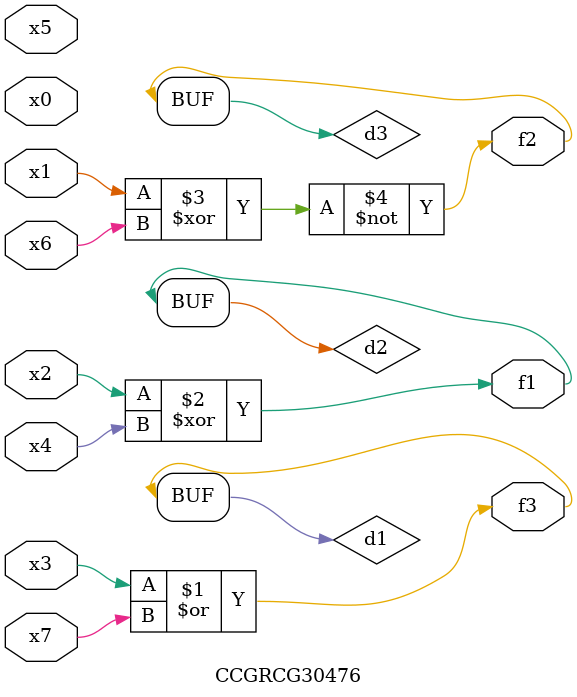
<source format=v>
module CCGRCG30476(
	input x0, x1, x2, x3, x4, x5, x6, x7,
	output f1, f2, f3
);

	wire d1, d2, d3;

	or (d1, x3, x7);
	xor (d2, x2, x4);
	xnor (d3, x1, x6);
	assign f1 = d2;
	assign f2 = d3;
	assign f3 = d1;
endmodule

</source>
